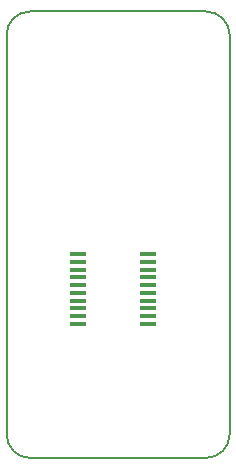
<source format=gbr>
G04 #@! TF.GenerationSoftware,KiCad,Pcbnew,5.1.5-52549c5~84~ubuntu19.10.1*
G04 #@! TF.CreationDate,2020-02-23T01:13:04+02:00*
G04 #@! TF.ProjectId,BRK-TSSOP-20-4.4x6.5-P0.65,42524b2d-5453-4534-9f50-2d32302d342e,v1.0*
G04 #@! TF.SameCoordinates,Original*
G04 #@! TF.FileFunction,Paste,Top*
G04 #@! TF.FilePolarity,Positive*
%FSLAX46Y46*%
G04 Gerber Fmt 4.6, Leading zero omitted, Abs format (unit mm)*
G04 Created by KiCad (PCBNEW 5.1.5-52549c5~84~ubuntu19.10.1) date 2020-02-23 01:13:04*
%MOMM*%
%LPD*%
G04 APERTURE LIST*
%ADD10C,0.150000*%
%ADD11R,1.450000X0.450000*%
G04 APERTURE END LIST*
D10*
X53000000Y-85800000D02*
G75*
G02X51000000Y-83800000I0J2000000D01*
G01*
X69900000Y-83800000D02*
G75*
G02X67900000Y-85800000I-2000000J0D01*
G01*
X67900000Y-48000000D02*
G75*
G02X69900000Y-50000000I0J-2000000D01*
G01*
X51000000Y-50000000D02*
G75*
G02X53000000Y-48000000I2000000J0D01*
G01*
X67900000Y-85800000D02*
X53000000Y-85800000D01*
X69900000Y-50000000D02*
X69900000Y-83800000D01*
X53000000Y-48000000D02*
X67900000Y-48000000D01*
X51000000Y-83800000D02*
X51000000Y-50000000D01*
D11*
X62950000Y-68575000D03*
X62950000Y-69225000D03*
X62950000Y-69875000D03*
X62950000Y-70525000D03*
X62950000Y-71175000D03*
X62950000Y-71825000D03*
X62950000Y-72475000D03*
X62950000Y-73125000D03*
X62950000Y-73775000D03*
X62950000Y-74425000D03*
X57050000Y-74425000D03*
X57050000Y-73775000D03*
X57050000Y-73125000D03*
X57050000Y-72475000D03*
X57050000Y-71825000D03*
X57050000Y-71175000D03*
X57050000Y-70525000D03*
X57050000Y-69875000D03*
X57050000Y-69225000D03*
X57050000Y-68575000D03*
M02*

</source>
